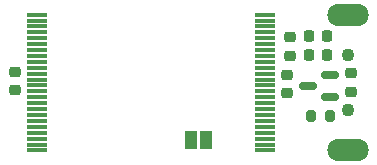
<source format=gbr>
%TF.GenerationSoftware,KiCad,Pcbnew,(6.0.8)*%
%TF.CreationDate,2022-10-18T11:45:22-07:00*%
%TF.ProjectId,ovrdrive,6f767264-7269-4766-952e-6b696361645f,rev?*%
%TF.SameCoordinates,Original*%
%TF.FileFunction,Soldermask,Bot*%
%TF.FilePolarity,Negative*%
%FSLAX46Y46*%
G04 Gerber Fmt 4.6, Leading zero omitted, Abs format (unit mm)*
G04 Created by KiCad (PCBNEW (6.0.8)) date 2022-10-18 11:45:22*
%MOMM*%
%LPD*%
G01*
G04 APERTURE LIST*
G04 Aperture macros list*
%AMRoundRect*
0 Rectangle with rounded corners*
0 $1 Rounding radius*
0 $2 $3 $4 $5 $6 $7 $8 $9 X,Y pos of 4 corners*
0 Add a 4 corners polygon primitive as box body*
4,1,4,$2,$3,$4,$5,$6,$7,$8,$9,$2,$3,0*
0 Add four circle primitives for the rounded corners*
1,1,$1+$1,$2,$3*
1,1,$1+$1,$4,$5*
1,1,$1+$1,$6,$7*
1,1,$1+$1,$8,$9*
0 Add four rect primitives between the rounded corners*
20,1,$1+$1,$2,$3,$4,$5,0*
20,1,$1+$1,$4,$5,$6,$7,0*
20,1,$1+$1,$6,$7,$8,$9,0*
20,1,$1+$1,$8,$9,$2,$3,0*%
G04 Aperture macros list end*
%ADD10C,1.100000*%
%ADD11O,3.500000X1.900000*%
%ADD12RoundRect,0.218750X-0.218750X-0.256250X0.218750X-0.256250X0.218750X0.256250X-0.218750X0.256250X0*%
%ADD13RoundRect,0.150000X0.587500X0.150000X-0.587500X0.150000X-0.587500X-0.150000X0.587500X-0.150000X0*%
%ADD14RoundRect,0.225000X-0.250000X0.225000X-0.250000X-0.225000X0.250000X-0.225000X0.250000X0.225000X0*%
%ADD15R,1.000000X1.500000*%
%ADD16RoundRect,0.200000X-0.200000X-0.275000X0.200000X-0.275000X0.200000X0.275000X-0.200000X0.275000X0*%
%ADD17RoundRect,0.011200X0.768800X0.128800X-0.768800X0.128800X-0.768800X-0.128800X0.768800X-0.128800X0*%
%ADD18RoundRect,0.218750X0.218750X0.256250X-0.218750X0.256250X-0.218750X-0.256250X0.218750X-0.256250X0*%
G04 APERTURE END LIST*
D10*
%TO.C,J1*%
X142100000Y-106500000D03*
X142100000Y-101900000D03*
D11*
X142100000Y-98500000D03*
X142100000Y-109900000D03*
%TD*%
D12*
%TO.C,D2*%
X138812500Y-100300000D03*
X140387500Y-100300000D03*
%TD*%
D13*
%TO.C,Q1*%
X140637500Y-103550000D03*
X140637500Y-105450000D03*
X138762500Y-104500000D03*
%TD*%
D14*
%TO.C,C2*%
X113900000Y-103275000D03*
X113900000Y-104825000D03*
%TD*%
D15*
%TO.C,JP1*%
X128800000Y-109050000D03*
X130100000Y-109050000D03*
%TD*%
D14*
%TO.C,C1*%
X136950000Y-103525000D03*
X136950000Y-105075000D03*
%TD*%
D16*
%TO.C,R11*%
X138975000Y-107050000D03*
X140625000Y-107050000D03*
%TD*%
D14*
%TO.C,C3*%
X137250000Y-100375000D03*
X137250000Y-101925000D03*
%TD*%
D17*
%TO.C,U2*%
X115767500Y-98450000D03*
X115767500Y-98950000D03*
X115767500Y-99450000D03*
X115767500Y-99950000D03*
X115767500Y-100450000D03*
X115767500Y-100950000D03*
X115767500Y-101450000D03*
X115767500Y-101950000D03*
X115767500Y-102450000D03*
X115767500Y-102950000D03*
X115767500Y-103450000D03*
X115767500Y-103950000D03*
X115767500Y-104450000D03*
X115767500Y-104950000D03*
X115767500Y-105450000D03*
X115767500Y-105950000D03*
X115767500Y-106450000D03*
X115767500Y-106950000D03*
X115767500Y-107450000D03*
X115767500Y-107950000D03*
X115767500Y-108450000D03*
X115767500Y-108950000D03*
X115767500Y-109450000D03*
X115767500Y-109950000D03*
X135127500Y-109950000D03*
X135127500Y-109450000D03*
X135127500Y-108950000D03*
X135127500Y-108450000D03*
X135127500Y-107950000D03*
X135127500Y-107450000D03*
X135127500Y-106950000D03*
X135127500Y-106450000D03*
X135127500Y-105950000D03*
X135127500Y-105450000D03*
X135127500Y-104950000D03*
X135127500Y-104450000D03*
X135127500Y-103950000D03*
X135127500Y-103450000D03*
X135127500Y-102950000D03*
X135127500Y-102450000D03*
X135127500Y-101950000D03*
X135127500Y-101450000D03*
X135127500Y-100950000D03*
X135127500Y-100450000D03*
X135127500Y-99950000D03*
X135127500Y-99450000D03*
X135127500Y-98950000D03*
X135127500Y-98450000D03*
%TD*%
D14*
%TO.C,C14*%
X142400000Y-103425000D03*
X142400000Y-104975000D03*
%TD*%
D18*
%TO.C,D3*%
X140387500Y-101900000D03*
X138812500Y-101900000D03*
%TD*%
M02*

</source>
